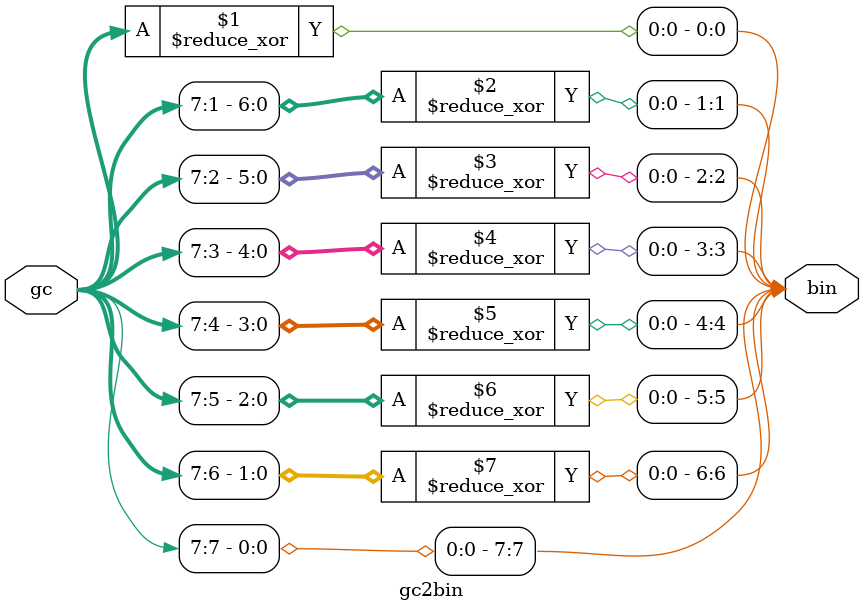
<source format=v>
module gc2bin(gc,
	      bin
	      );

   // Top level block parameters
   parameter DATA_WIDTH = 8; // size of the gray code data

   // Input
   input wire [DATA_WIDTH-1:0] gc;
   genvar		       i;
   
   // Output
   output [DATA_WIDTH-1:0]     bin;

   // Generate according to implementation
   generate 
      for (i=0; i<DATA_WIDTH; i=i+1)
	begin : gc2bin
	   assign bin[i] = ^ gc[DATA_WIDTH-1:i];
	end
   endgenerate
   
endmodule


</source>
